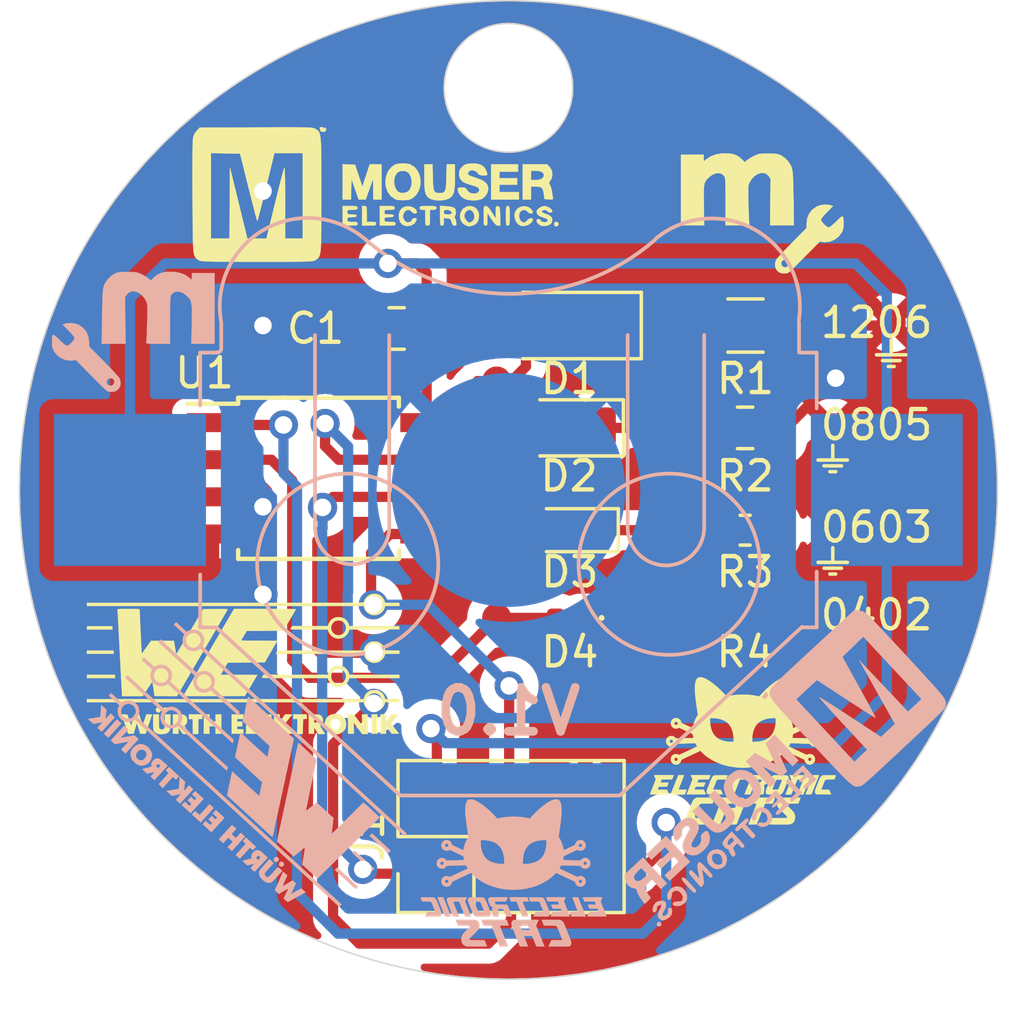
<source format=kicad_pcb>
(kicad_pcb (version 20221018) (generator pcbnew)
  (title_block (title "Soldering challenge") (date "2019-04-10") (rev "v1.0") (company "Electronic Cats") (comment 1 "Eduardo Contreras"))
  (layers (0 "F.Cu" signal) (31 "B.Cu" signal) (34 "B.Paste" user) (35 "F.Paste" user) (36 "B.SilkS" user "B.Silkscreen") (37 "F.SilkS" user "F.Silkscreen") (38 "B.Mask" user) (39 "F.Mask" user) (44 "Edge.Cuts" user))
  (net 0 "")
  (net 1 "Net-(D1-Pad1)")
  (net 2 "Net-(D2-Pad1)")
  (net 3 "Net-(D3-Pad1)")
  (net 4 "/PB2")
  (net 5 "Net-(D4-Pad1)")
  (net 6 "/PB3")
  (net 7 "/PB4")
  (net 8 "GND")
  (net 9 "/RST")
  (net 10 "VCC")
  (net 11 "/MOSI")
  (net 12 "/MISO")
  (footprint "Resistor_SMD:R_1206_3216Metric_Pad1.42x1.75mm_HandSolder" (layer "F.Cu") (at 150.5125 73.6 180)
    (fp_text reference "R1" (at 0 -1.82 180) (layer "F.SilkS"))
    (fp_text value "1206")
    (pad "1" smd roundrect (at -1.4875 0 180) (size 1.425 1.75) (layers "F.Cu" "F.Paste" "F.Mask") (roundrect_rratio 0.175439) (net 8 "GND"))
    (pad "2" smd roundrect (at 1.4875 0 180) (size 1.425 1.75) (layers "F.Cu" "F.Paste" "F.Mask") (roundrect_rratio 0.175439) (net 1 "Net-(D1-Pad1)"))
  )
  (footprint "Resistor_SMD:R_0402_1005Metric" (layer "F.Cu") (at 150.5 83.6 180)
    (fp_text reference "R4" (at 0 -1.17 180) (layer "F.SilkS"))
    (fp_text value "0402")
    (pad "1" smd roundrect (at -0.485 0 180) (size 0.59 0.64) (layers "F.Cu" "F.Paste" "F.Mask") (net 8 "GND"))
    (pad "2" smd roundrect (at 0.485 0 180) (size 0.59 0.64) (layers "F.Cu" "F.Paste" "F.Mask") (net 5 "Net-(D4-Pad1)"))
  )
  (footprint "Package_SO:SOIJ-8_5.3x5.3mm_P1.27mm" (layer "F.Cu") (at 135.9 78.825)
    (fp_text reference "U1" (at -3.9 -3.6) (layer "F.SilkS"))
    (fp_text value "ATtiny85-20SU")
    (pad "1" smd rect (at -3.65 -1.905) (size 1.7 0.65) (layers "F.Cu" "F.Paste" "F.Mask") (net 9 "/RST"))
    (pad "2" smd rect (at -3.65 -0.635) (size 1.7 0.65) (layers "F.Cu" "F.Paste" "F.Mask") (net 6 "/PB3"))
    (pad "3" smd rect (at -3.65 0.635) (size 1.7 0.65) (layers "F.Cu" "F.Paste" "F.Mask") (net 7 "/PB4"))
    (pad "4" smd rect (at -3.65 1.905) (size 1.7 0.65) (layers "F.Cu" "F.Paste" "F.Mask") (net 8 "GND"))
    (pad "5" smd rect (at 3.65 1.905) (size 1.7 0.65) (layers "F.Cu" "F.Paste" "F.Mask") (net 11 "/MOSI"))
    (pad "6" smd rect (at 3.65 0.635) (size 1.7 0.65) (layers "F.Cu" "F.Paste" "F.Mask") (net 12 "/MISO"))
    (pad "7" smd rect (at 3.65 -0.635) (size 1.7 0.65) (layers "F.Cu" "F.Paste" "F.Mask") (net 4 "/PB2"))
    (pad "8" smd rect (at 3.65 -1.905) (size 1.7 0.65) (layers "F.Cu" "F.Paste" "F.Mask") (net 10 "VCC"))
  )
  (footprint "LED_SMD:LED_0805_2012Metric_Pad1.15x1.40mm_HandSolder" (layer "F.Cu") (at 144.475 77.1 180)
    (fp_text reference "D2" (at 0 -1.65 180) (layer "F.SilkS"))
    (fp_text value "0805")
    (pad "1" smd roundrect (at -1.025 0 180) (size 1.15 1.4) (layers "F.Cu" "F.Paste" "F.Mask") (roundrect_rratio 0.217391) (net 2 "Net-(D2-Pad1)"))
    (pad "2" smd roundrect (at 1.025 0 180) (size 1.15 1.4) (layers "F.Cu" "F.Paste" "F.Mask") (roundrect_rratio 0.217391) (net 12 "/MISO"))
  )
  (footprint "LED_SMD:LED_0603_1608Metric_Pad1.05x0.95mm_HandSolder" (layer "F.Cu") (at 144.5 80.6 180)
    (fp_text reference "D3" (at 0 -1.43 180) (layer "F.SilkS"))
    (fp_text value "0603")
    (pad "1" smd roundrect (at -0.875 0 180) (size 1.05 0.95) (layers "F.Cu" "F.Paste" "F.Mask") (net 3 "Net-(D3-Pad1)"))
    (pad "2" smd roundrect (at 0.875 0 180) (size 1.05 0.95) (layers "F.Cu" "F.Paste" "F.Mask") (net 11 "/MOSI"))
  )
  (footprint "LED_SMD:LED_0402_1005Metric" (layer "F.Cu") (at 144.5 83.6 180)
    (fp_text reference "D4" (at 0 -1.17 180) (layer "F.SilkS"))
    (fp_text value "0402")
    (pad "1" smd roundrect (at -0.485 0 180) (size 0.59 0.64) (layers "F.Cu" "F.Paste" "F.Mask") (net 5 "Net-(D4-Pad1)"))
    (pad "2" smd roundrect (at 0.485 0 180) (size 0.59 0.64) (layers "F.Cu" "F.Paste" "F.Mask") (net 6 "/PB3"))
  )
  (footprint "Resistor_SMD:R_0603_1608Metric_Pad1.05x0.95mm_HandSolder" (layer "F.Cu") (at 150.5 80.6 180)
    (fp_text reference "R3" (at 0 -1.43 180) (layer "F.SilkS"))
    (fp_text value "0603")
    (pad "1" smd roundrect (at -0.875 0 180) (size 1.05 0.95) (layers "F.Cu" "F.Paste" "F.Mask") (net 8 "GND"))
    (pad "2" smd roundrect (at 0.875 0 180) (size 1.05 0.95) (layers "F.Cu" "F.Paste" "F.Mask") (net 3 "Net-(D3-Pad1)"))
  )
  (footprint "Resistor_SMD:R_0805_2012Metric_Pad1.15x1.40mm_HandSolder" (layer "F.Cu") (at 150.5 77.1 180)
    (fp_text reference "R2" (at 0 -1.65 180) (layer "F.SilkS"))
    (fp_text value "0805")
    (pad "1" smd roundrect (at -1.025 0 180) (size 1.15 1.4) (layers "F.Cu" "F.Paste" "F.Mask") (roundrect_rratio 0.217391) (net 8 "GND"))
    (pad "2" smd roundrect (at 1.025 0 180) (size 1.15 1.4) (layers "F.Cu" "F.Paste" "F.Mask") (roundrect_rratio 0.217391) (net 2 "Net-(D2-Pad1)"))
  )
  (footprint "Capacitor_SMD:C_0805_2012Metric_Pad1.15x1.40mm_HandSolder" (layer "F.Cu") (at 138.575 73.7 180)
    (fp_text reference "C1" (at 2.775 0 180) (layer "F.SilkS"))
    (fp_text value "0.1uF")
    (pad "1" smd roundrect (at -1.025 0 180) (size 1.15 1.4) (layers "F.Cu" "F.Paste" "F.Mask") (roundrect_rratio 0.217391) (net 10 "VCC"))
    (pad "2" smd roundrect (at 1.025 0 180) (size 1.15 1.4) (layers "F.Cu" "F.Paste" "F.Mask") (roundrect_rratio 0.217391) (net 8 "GND"))
  )
  (footprint "Connector_PinHeader_2.54mm:PinHeader_2x03_P2.54mm_Vertical" (layer "F.Cu") (at 139.95 92.35 90)
    (fp_text reference "J1" (at 1.27 -2.33 90) (layer "F.SilkS"))
    (fp_text value "ISP")
    (pad "1" smd rect (at 0 0 90) (size 1.7 1.7) (layers "F.Cu" "F.Paste" "F.Mask") (net 12 "/MISO"))
    (pad "2" smd oval (at 2.54 0 90) (size 1.7 1.7) (layers "F.Cu" "F.Paste" "F.Mask") (net 10 "VCC"))
    (pad "3" smd oval (at 0 2.54 90) (size 1.7 1.7) (layers "F.Cu" "F.Paste" "F.Mask") (net 4 "/PB2"))
    (pad "4" smd oval (at 2.54 2.54 90) (size 1.7 1.7) (layers "F.Cu" "F.Paste" "F.Mask") (net 11 "/MOSI"))
    (pad "5" smd oval (at 0 5.08 90) (size 1.7 1.7) (layers "F.Cu" "F.Paste" "F.Mask") (net 9 "/RST"))
    (pad "6" smd oval (at 2.54 5.08 90) (size 1.7 1.7) (layers "F.Cu" "F.Paste" "F.Mask") (net 8 "GND"))
  )
  (footprint "Connectors_EC:TestPoint_Pad_1.0x1.0mm" (layer "F.Cu") (at 142 78.4)
    (fp_text reference "TP2")
    (fp_text value "PB1")
    (pad "1" smd circle (at 0 0) (size 1 1) (layers "F.Cu" "F.Mask") (net 12 "/MISO"))
  )
  (footprint "Connectors_EC:TestPoint_Pad_1.0x1.0mm" (layer "F.Cu") (at 142 75.5)
    (fp_text reference "TP3")
    (fp_text value "PB2")
    (pad "1" smd circle (at 0 0) (size 1 1) (layers "F.Cu" "F.Mask") (net 4 "/PB2"))
  )
  (footprint "Connectors_EC:TestPoint_Pad_1.0x1.0mm" (layer "F.Cu") (at 142 83.6)
    (fp_text reference "TP4")
    (fp_text value "PB3")
    (pad "1" smd circle (at 0 0) (size 1 1) (layers "F.Cu" "F.Mask") (net 6 "/PB3"))
  )
  (footprint "Connectors_EC:TestPoint_Pad_1.0x1.0mm" (layer "F.Cu") (at 153.5 83.5)
    (fp_text reference "TP6")
    (fp_text value "GND")
    (pad "1" smd circle (at 0 0) (size 1 1) (layers "F.Cu" "F.Mask") (net 8 "GND"))
  )
  (footprint "Connectors_EC:TestPoint_Pad_1.0x1.0mm" (layer "F.Cu") (at 153.5 77.1)
    (fp_text reference "TP7")
    (fp_text value "GND")
    (pad "1" smd circle (at 0 0) (size 1 1) (layers "F.Cu" "F.Mask") (net 8 "GND"))
  )
  (footprint "Connectors_EC:TestPoint_Pad_1.0x1.0mm" (layer "F.Cu") (at 153.5 80.6)
    (fp_text reference "TP8")
    (fp_text value "GND")
    (pad "1" smd circle (at 0 0) (size 1 1) (layers "F.Cu" "F.Mask") (net 8 "GND"))
  )
  (footprint "Connectors_EC:TestPoint_Pad_1.0x1.0mm" (layer "F.Cu") (at 155.5 73.5)
    (fp_text reference "TP10")
    (fp_text value "GND")
    (pad "1" smd circle (at 0 0) (size 1 1) (layers "F.Cu" "F.Mask") (net 8 "GND"))
  )
  (footprint "TestPoint:TestPoint_Pad_1.0x1.0mm" (layer "F.Cu") (at 142 80.6)
    (fp_text reference "TP1")
    (fp_text value "PB0")
    (pad "1" smd circle (at 0 0) (size 1 1) (layers "F.Cu" "F.Mask") (net 11 "/MOSI"))
  )
  (footprint "Aesthetics:makersGDL" (layer "F.Cu") (at 150.25 68.95)
    (fp_text reference "G***" hide)
    (fp_text value "LOGO" hide)
  )
  (footprint "LED_SMD:LED_1206_3216Metric_Pad1.42x1.75mm_HandSolder" (layer "F.Cu") (at 144.4875 73.6 180)
    (fp_text reference "D1" (at 0 -1.82 180) (layer "F.SilkS"))
    (fp_text value "1206")
    (pad "1" smd roundrect (at -1.4875 0 180) (size 1.425 1.75) (layers "F.Cu" "F.Paste" "F.Mask") (roundrect_rratio 0.175439) (net 1 "Net-(D1-Pad1)"))
    (pad "2" smd roundrect (at 1.4875 0 180) (size 1.425 1.75) (layers "F.Cu" "F.Paste" "F.Mask") (roundrect_rratio 0.175439) (net 4 "/PB2"))
  )
  (footprint "Aesthetics:mouser" (layer "F.Cu") (at 137.775 69.1)
    (fp_text reference "G***" hide)
    (fp_text value "LOGO" hide)
  )
  (footprint "Aesthetics:electronic_cats_logo_4x3" (layer "F.Cu") (at 150.425 88.15)
    (fp_text reference "G***" hide)
    (fp_text value "LOGO" hide)
  )
  (footprint "Aesthetics:wurth" (layer "F.Cu") (at 133.325 85.175)
    (fp_text reference "G***" hide)
    (fp_text value "LOGO" hide)
  )
  (footprint "Connectors_EC:79523141" (layer "B.Cu") (at 142.4 79.225 180)
    (fp_text reference "BT1" hide)
    (fp_text value "Battery_Cell")
    (pad "1" smd rect (at -12.95 0) (size 5.2 5.2) (layers "B.Cu" "B.Paste" "B.Mask") (net 10 "VCC"))
    (pad "1" smd rect (at 12.95 0 180) (size 5.2 5.2) (layers "B.Cu" "B.Paste" "B.Mask") (net 10 "VCC"))
    (pad "2" smd circle (at 0 0 180) (size 8 8) (layers "B.Cu" "B.Paste" "B.Mask") (net 8 "GND"))
  )
  (footprint "Aesthetics:mouser" (layer "B.Cu") (at 151.4348 89.0524 -137)
    (fp_text reference "G***" hide)
    (fp_text value "LOGO" hide)
  )
  (footprint "Aesthetics:electronic_cats_logo_4x3" (layer "B.Cu") (at 142.575 92.325 180)
    (fp_text reference "G***" hide)
    (fp_text value "LOGO" hide)
  )
  (footprint "Aesthetics:makersGDL" (layer "B.Cu") (at 130.4 73 180)
    (fp_text reference "G***" hide)
    (fp_text value "LOGO" hide)
  )
  (footprint "Aesthetics:wurth" (layer "B.Cu") (at 133.5532 88.9 137.5)
    (fp_text reference "G***" hide)
    (fp_text value "LOGO" hide)
  )
  (gr_line (start 153 78.2) (end 154 78.2) (stroke (width 0.12)) (layer "F.SilkS"))
  (gr_line (start 153.5 77.7) (end 153.5 78.2) (stroke (width 0.12)) (layer "F.SilkS"))
  (gr_line (start 153.4 78.6) (end 153.6 78.6) (stroke (width 0.12)) (layer "F.SilkS"))
  (gr_line (start 153.2 78.4) (end 153.8 78.4) (stroke (width 0.12)) (layer "F.SilkS"))
  (gr_line (start 153.4 78.2) (end 153 78.2) (stroke (width 0.12)) (layer "F.SilkS"))
  (gr_line (start 153 81.7) (end 154 81.7) (stroke (width 0.12)) (layer "F.SilkS"))
  (gr_line (start 153.5 81.2) (end 153.5 81.7) (stroke (width 0.12)) (layer "F.SilkS"))
  (gr_line (start 153.2 81.9) (end 153.8 81.9) (stroke (width 0.12)) (layer "F.SilkS"))
  (gr_line (start 153.4 82.1) (end 153.6 82.1) (stroke (width 0.12)) (layer "F.SilkS"))
  (gr_line (start 153.4 81.7) (end 153 81.7) (stroke (width 0.12)) (layer "F.SilkS"))
  (gr_line (start 153.5 84.1) (end 153.5 84.6) (stroke (width 0.12)) (layer "F.SilkS"))
  (gr_line (start 153.4 85) (end 153.6 85) (stroke (width 0.12)) (layer "F.SilkS"))
  (gr_line (start 153.2 84.8) (end 153.8 84.8) (stroke (width 0.12)) (layer "F.SilkS"))
  (gr_line (start 153.4 84.6) (end 153 84.6) (stroke (width 0.12)) (layer "F.SilkS"))
  (gr_line (start 153 84.6) (end 154 84.6) (stroke (width 0.12)) (layer "F.SilkS"))
  (gr_line (start 155.2 74.8) (end 155.8 74.8) (stroke (width 0.12)) (layer "F.SilkS"))
  (gr_line (start 155.5 74.1) (end 155.5 74.6) (stroke (width 0.12)) (layer "F.SilkS"))
  (gr_line (start 155.4 74.6) (end 155 74.6) (stroke (width 0.12)) (layer "F.SilkS"))
  (gr_line (start 155 74.6) (end 156 74.6) (stroke (width 0.12)) (layer "F.SilkS"))
  (gr_line (start 155.4 75) (end 155.6 75) (stroke (width 0.12)) (layer "F.SilkS"))
  (gr_circle (center 142.4 79.225) (end 159.125 79.825) (stroke (width 0.05)) (fill none) (layer "Edge.Cuts"))
  (gr_circle (center 142.4 65.468333) (end 144.6 65.468333) (stroke (width 0.05)) (fill none) (layer "Edge.Cuts"))
  (gr_text "V1.0" (at 142.4 86.8) (layer "B.SilkS") (effects (font (size 1.5 1.5) (thickness 0.3)) (justify mirror)))
  (gr_text "0805" (at 155 77) (layer "F.SilkS") (effects (font (size 1 1))))
  (gr_text "0603" (at 155 80.5) (layer "F.SilkS") (effects (font (size 1 1))))
  (gr_text "0402" (at 155 83.5) (layer "F.SilkS") (effects (font (size 1 1))))
  (gr_text "1206" (at 155 73.5) (layer "F.SilkS") (effects (font (size 1 1))))
  (segment (start 145.975 73.6) (end 148.9 73.6) (width 0.35) (layer "F.Cu") (net 1))
  (segment (start 148.9 73.6) (end 149.025 73.6) (width 0.35) (layer "F.Cu") (net 1))
  (segment (start 149.475 77.1) (end 148.8 77.1) (width 0.35) (layer "F.Cu") (net 2))
  (segment (start 148.8 77.1) (end 145.5 77.1) (width 0.35) (layer "F.Cu") (net 2))
  (segment (start 145.375 80.6) (end 149.625 80.6) (width 0.35) (layer "F.Cu") (net 3))
  (segment (start 139.55 78.19) (end 140.75 78.19) (width 0.35) (layer "F.Cu") (net 4))
  (segment (start 142.5 75.5) (end 143 75) (width 0.35) (layer "F.Cu") (net 4))
  (segment (start 143 73.6) (end 143 74.7) (width 0.35) (layer "F.Cu") (net 4))
  (segment (start 141.1325 77.8075) (end 141.1325 75.710394) (width 0.35) (layer "F.Cu") (net 4))
  (segment (start 139.55 78.19) (end 136.59 78.19) (width 0.35) (layer "F.Cu") (net 4))
  (segment (start 141.1325 75.710394) (end 141.342894 75.5) (width 0.35) (layer "F.Cu") (net 4))
  (segment (start 139.508 78.232) (end 139.55 78.19) (width 0.35) (layer "F.Cu") (net 4))
  (segment (start 137.294493 94.742) (end 136.398 93.845507) (width 0.35) (layer "F.Cu") (net 4))
  (segment (start 137.292468 87.02501) (end 137.792467 86.525011) (width 0.35) (layer "F.Cu") (net 4))
  (segment (start 141.342894 75.5) (end 142.05 75.5) (width 0.35) (layer "F.Cu") (net 4))
  (segment (start 136.398 87.919478) (end 137.292468 87.02501) (width 0.35) (layer "F.Cu") (net 4))
  (segment (start 136.398 93.845507) (end 136.398 87.919478) (width 0.35) (layer "F.Cu") (net 4))
  (segment (start 136.59 78.19) (end 136.125 77.725) (width 0.35) (layer "F.Cu") (net 4))
  (segment (start 136.125 77.725) (end 136.125 76.95) (width 0.35) (layer "F.Cu") (net 4))
  (segment (start 142.49 93.96) (end 141.708 94.742) (width 0.35) (layer "F.Cu") (net 4))
  (segment (start 142.05 75.5) (end 142.5 75.5) (width 0.35) (layer "F.Cu") (net 4))
  (segment (start 143 75) (end 143 74.7) (width 0.35) (layer "F.Cu") (net 4))
  (segment (start 142.49 92.35) (end 142.49 93.96) (width 0.35) (layer "F.Cu") (net 4))
  (segment (start 140.75 78.19) (end 141.1325 77.8075) (width 0.35) (layer "F.Cu") (net 4))
  (segment (start 141.708 94.742) (end 137.294493 94.742) (width 0.35) (layer "F.Cu") (net 4))
  (via (at 137.792467 86.525011) (size 1) (drill 0.6) (layers "F.Cu" "B.Cu") (net 4))
  (via (at 136.125 76.95) (size 1) (drill 0.6) (layers "F.Cu" "B.Cu") (net 4))
  (segment (start 136.125 76.95) (end 136.914001 77.739001) (width 0.35) (layer "B.Cu") (net 4))
  (segment (start 136.899999 82.729999) (end 136.899999 85.632543) (width 0.35) (layer "B.Cu") (net 4))
  (segment (start 136.899999 85.632543) (end 137.292468 86.025012) (width 0.35) (layer "B.Cu") (net 4))
  (segment (start 136.914001 82.715997) (end 136.899999 82.729999) (width 0.35) (layer "B.Cu") (net 4))
  (segment (start 136.914001 77.739001) (end 136.914001 82.715997) (width 0.35) (layer "B.Cu") (net 4))
  (segment (start 137.292468 86.025012) (end 137.792467 86.525011) (width 0.35) (layer "B.Cu") (net 4))
  (segment (start 149.62 83.6) (end 144.985 83.6) (width 0.35) (layer "F.Cu") (net 5))
  (segment (start 150.015 83.6) (end 149.62 83.6) (width 0.35) (layer "F.Cu") (net 5))
  (segment (start 135 85.05) (end 135 78.9) (width 0.35) (layer "F.Cu") (net 6))
  (segment (start 135 78.9) (end 134.29 78.19) (width 0.35) (layer "F.Cu") (net 6))
  (segment (start 142 83.6) (end 139.949999 85.650001) (width 0.35) (layer "F.Cu") (net 6))
  (segment (start 139.949999 85.650001) (end 135.600001 85.650001) (width 0.35) (layer "F.Cu") (net 6))
  (segment (start 134.29 78.19) (end 133.45 78.19) (width 0.35) (layer "F.Cu") (net 6))
  (segment (start 135.600001 85.650001) (end 135 85.05) (width 0.35) (layer "F.Cu") (net 6))
  (segment (start 144.015 83.6) (end 142 83.6) (width 0.35) (layer "F.Cu") (net 6))
  (segment (start 133.45 78.19) (end 132.25 78.19) (width 0.35) (layer "F.Cu") (net 6))
  (segment (start 134.1 73.7) (end 134 73.6) (width 0.35) (layer "F.Cu") (net 8))
  (segment (start 136.8 73.7) (end 134.1 73.7) (width 0.35) (layer "F.Cu") (net 8))
  (segment (start 151.525 77.1) (end 151.9 77.1) (width 0.35) (layer "F.Cu") (net 8))
  (segment (start 152 73.6) (end 155.4 73.6) (width 0.35) (layer "F.Cu") (net 8))
  (segment (start 132.25 80.73) (end 133.07 80.73) (width 0.35) (layer "F.Cu") (net 8))
  (segment (start 134 73.6) (end 134 69) (width 0.35) (layer "F.Cu") (net 8))
  (segment (start 133.07 80.73) (end 134 79.8) (width 0.35) (layer "F.Cu") (net 8))
  (segment (start 155.4 73.6) (end 155.5 73.5) (width 0.35) (layer "F.Cu") (net 8))
  (segment (start 137.55 73.7) (end 134.1 73.7) (width 0.35) (layer "F.Cu") (net 8))
  (segment (start 152 73.6) (end 153.6 73.6) (width 0.35) (layer "F.Cu") (net 8))
  (segment (start 151.9 77.1) (end 153.6 75.4) (width 0.35) (layer "F.Cu") (net 8))
  (segment (start 136.8 73.7) (end 134.7 73.7) (width 0.35) (layer "F.Cu") (net 8))
  (via (at 153.6 75.4) (size 1) (drill 0.6) (layers "F.Cu" "B.Cu") (net 8))
  (via (at 134 69) (size 1) (drill 0.6) (layers "F.Cu" "B.Cu") (net 8))
  (via (at 134 79.8) (size 1) (drill 0.6) (layers "F.Cu" "B.Cu") (net 8))
  (via (at 134 73.6) (size 1) (drill 0.6) (layers "F.Cu" "B.Cu") (net 8))
  (via (at 137.8 84.775) (size 1) (drill 0.6) (layers "F.Cu" "B.Cu") (net 8))
  (via (at 134 82.8) (size 1) (drill 0.6) (layers "F.Cu" "B.Cu") (net 8))
  (segment (start 146.399999 85.475001) (end 144.85 87.025) (width 0.35) (layer "B.Cu") (net 8))
  (segment (start 139.1 84.775) (end 137.8 84.775) (width 0.35) (layer "B.Cu") (net 8))
  (segment (start 142.4 79.225) (end 146.399999 83.224999) (width 0.35) (layer "B.Cu") (net 8))
  (segment (start 141.35 87.025) (end 139.1 84.775) (width 0.35) (layer "B.Cu") (net 8))
  (segment (start 144.85 87.025) (end 141.35 87.025) (width 0.35) (layer "B.Cu") (net 8))
  (segment (start 146.399999 83.224999) (end 146.399999 85.475001) (width 0.35) (layer "B.Cu") (net 8))
  (segment (start 134 79.8) (end 134 82.8) (width 0.35) (layer "B.Cu") (net 8))
  (segment (start 147.8 91.4) (end 147.8 90.6) (width 0.35) (layer "F.Cu") (net 9))
  (segment (start 134.7 77) (end 132.33 77) (width 0.35) (layer "F.Cu") (net 9))
  (segment (start 132.33 77) (end 132.25 76.92) (width 0.35) (layer "F.Cu") (net 9))
  (segment (start 145.03 92.35) (end 146.85 92.35) (width 0.35) (layer "F.Cu") (net 9))
  (segment (start 146.85 92.35) (end 147.8 91.4) (width 0.35) (layer "F.Cu") (net 9))
  (via (at 147.8 90.6) (size 1) (drill 0.6) (layers "F.Cu" "B.Cu") (net 9))
  (via (at 134.7 77) (size 1) (drill 0.6) (layers "F.Cu" "B.Cu") (net 9))
  (segment (start 134.7 78.65) (end 135.16399 79.11399) (width 0.35) (layer "B.Cu") (net 9))
  (segment (start 135.9445 93.7805) (end 135.16399 92.99999) (width 0.35) (layer "B.Cu") (net 9))
  (segment (start 147.8 90.6) (end 147.8 93.6) (width 0.35) (layer "B.Cu") (net 9))
  (segment (start 144.000001 94.400001) (end 136.564001 94.400001) (width 0.35) (layer "B.Cu") (net 9))
  (segment (start 144.000001 94.400001) (end 146.999999 94.400001) (width 0.35) (layer "B.Cu") (net 9))
  (segment (start 134.7 77) (end 134.7 78.65) (width 0.35) (layer "B.Cu") (net 9))
  (segment (start 136.564001 94.400001) (end 135.9445 93.7805) (width 0.35) (layer "B.Cu") (net 9))
  (segment (start 135.16399 92.99999) (end 135.16399 79.11399) (width 0.35) (layer "B.Cu") (net 9))
  (segment (start 146.999999 94.400001) (end 147.8 93.6) (width 0.35) (layer "B.Cu") (net 9))
  (segment (start 139.95 89.81) (end 139.95 88.45) (width 0.35) (layer "F.Cu") (net 10))
  (segment (start 139.95 87.587452) (end 139.747944 87.385396) (width 0.35) (layer "F.Cu") (net 10))
  (segment (start 139.6 76.87) (end 139.55 76.92) (width 0.35) (layer "F.Cu") (net 10))
  (segment (start 139.6 71.8) (end 139.275 71.475) (width 0.35) (layer "F.Cu") (net 10))
  (segment (start 139.95 89.81) (end 139.95 87.587452) (width 0.35) (layer "F.Cu") (net 10))
  (segment (start 139.6 73.7) (end 139.6 76.87) (width 0.35) (layer "F.Cu") (net 10))
  (segment (start 139.6 73.7) (end 139.6 71.8) (width 0.35) (layer "F.Cu") (net 10))
  (segment (start 139.275 71.475) (end 138.275 71.475) (width 0.35) (layer "F.Cu") (net 10))
  (via (at 138.275 71.475) (size 1) (drill 0.6) (layers "F.Cu" "B.Cu") (net 10))
  (via (at 139.747944 87.385396) (size 1) (drill 0.6) (layers "F.Cu" "B.Cu") (net 10))
  (segment (start 155.35 72.55) (end 154.275 71.475) (width 0.35) (layer "B.Cu") (net 10))
  (segment (start 139.747944 87.385396) (end 140.247943 87.885395) (width 0.35) (layer "B.Cu") (net 10))
  (segment (start 155.35 86.175) (end 155.35 79.225) (width 0.35) (layer "B.Cu") (net 10))
  (segment (start 140.05 71.475) (end 138.275 71.475) (width 0.35) (layer "B.Cu") (net 10))
  (segment (start 138.275 71.475) (end 130.65 71.475) (width 0.35) (layer "B.Cu") (net 10))
  (segment (start 155.35 79.225) (end 155.35 72.55) (width 0.35) (layer "B.Cu") (net 10))
  (segment (start 140.247943 87.885395) (end 153.639605 87.885395) (width 0.35) (layer "B.Cu") (net 10))
  (segment (start 154.275 71.475) (end 140.05 71.475) (width 0.35) (layer "B.Cu") (net 10))
  (segment (start 130.65 71.475) (end 129.45 72.675) (width 0.35) (layer "B.Cu") (net 10))
  (segment (start 153.639605 87.885395) (end 155.35 86.175) (width 0.35) (layer "B.Cu") (net 10))
  (segment (start 129.45 72.675) (end 129.45 79.225) (width 0.35) (layer "B.Cu") (net 10))
  (segment (start 139.55 80.73) (end 141.87 80.73) (width 0.35) (layer "F.Cu") (net 11))
  (segment (start 137.7 83.075) (end 137.775 83.15) (width 0.35) (layer "F.Cu") (net 11))
  (segment (start 143.625 80.6) (end 142.1 80.6) (width 0.35) (layer "F.Cu") (net 11))
  (segment (start 142.425 85.925) (end 142.425 89.745) (width 0.35) (layer "F.Cu") (net 11))
  (segment (start 142.425 89.745) (end 142.49 89.81) (width 0.35) (layer "F.Cu") (net 11))
  (segment (start 137.7 81.38) (end 137.7 83.075) (width 0.35) (layer "F.Cu") (net 11))
  (segment (start 141.87 80.73) (end 142 80.6) (width 0.35) (layer "F.Cu") (net 11))
  (segment (start 138.35 80.73) (end 137.7 81.38) (width 0.35) (layer "F.Cu") (net 11))
  (segment (start 139.55 80.73) (end 138.35 80.73) (width 0.35) (layer "F.Cu") (net 11))
  (via (at 137.775 83.15) (size 1) (drill 0.6) (layers "F.Cu" "B.Cu") (net 11))
  (via (at 142.425 85.925) (size 1) (drill 0.6) (layers "F.Cu" "B.Cu") (net 11))
  (segment (start 137.775 83.15) (end 139.65 83.15) (width 0.35) (layer "B.Cu") (net 11))
  (segment (start 141.925001 85.425001) (end 142.425 85.925) (width 0.35) (layer "B.Cu") (net 11))
  (segment (start 139.65 83.15) (end 141.925001 85.425001) (width 0.35) (layer "B.Cu") (net 11))
  (segment (start 136.398703 79.46) (end 136.038991 79.819712) (width 0.35) (layer "F.Cu") (net 12))
  (segment (start 139.55 79.46) (end 136.398703 79.46) (width 0.35) (layer "F.Cu") (net 12))
  (segment (start 139.95 92.35) (end 137.562 92.35) (width 0.35) (layer "F.Cu") (net 12))
  (segment (start 142 78.4) (end 142 77.45) (width 0.35) (layer "F.Cu") (net 12))
  (segment (start 142.35 77.1) (end 143.45 77.1) (width 0.35) (layer "F.Cu") (net 12))
  (segment (start 142 78.4) (end 140.94 79.46) (width 0.35) (layer "F.Cu") (net 12))
  (segment (start 137.562 92.35) (end 137.414 92.202) (width 0.35) (layer "F.Cu") (net 12))
  (segment (start 142.05 78.4) (end 142.15 78.4) (width 0.35) (layer "F.Cu") (net 12))
  (segment (start 142 77.45) (end 142.35 77.1) (width 0.35) (layer "F.Cu") (net 12))
  (segment (start 140.94 79.46) (end 139.55 79.46) (width 0.35) (layer "F.Cu") (net 12))
  (via (at 137.414 92.202) (size 1) (drill 0.6) (layers "F.Cu" "B.Cu") (net 12))
  (via (at 136.038991 79.819712) (size 1) (drill 0.6) (layers "F.Cu" "B.Cu") (net 12))
  (segment (start 136.038991 80.526818) (end 136.038991 79.819712) (width 0.35) (layer "B.Cu") (net 12))
  (segment (start 137.414 92.202) (end 136.024998 90.812998) (width 0.35) (layer "B.Cu") (net 12))
  (segment (start 136.024998 90.812998) (end 136.024998 80.540811) (width 0.35) (layer "B.Cu") (net 12))
  (segment (start 136.024998 80.540811) (end 136.038991 80.526818) (width 0.35) (layer "B.Cu") (net 12))
  (zone (net 8) (net_name "GND") (layer "F.Cu") (connect_pads (clearance 0.508)) (min_thickness 0.254) (fill yes (thermal_gap 0.508) (thermal_bridge_width 0.508))
    (polygon (pts (xy 125 62.5) (xy 160 62.5) (xy 160 97.5) (xy 125 97.5)))
  )
  (zone (net 8) (net_name "GND") (layer "B.Cu") (connect_pads (clearance 0.508)) (min_thickness 0.254) (fill yes (thermal_gap 0.508) (thermal_bridge_width 0.508))
    (polygon (pts (xy 125 62.5) (xy 160 62.5) (xy 160 97.5) (xy 125 97.5)))
  )
)
</source>
